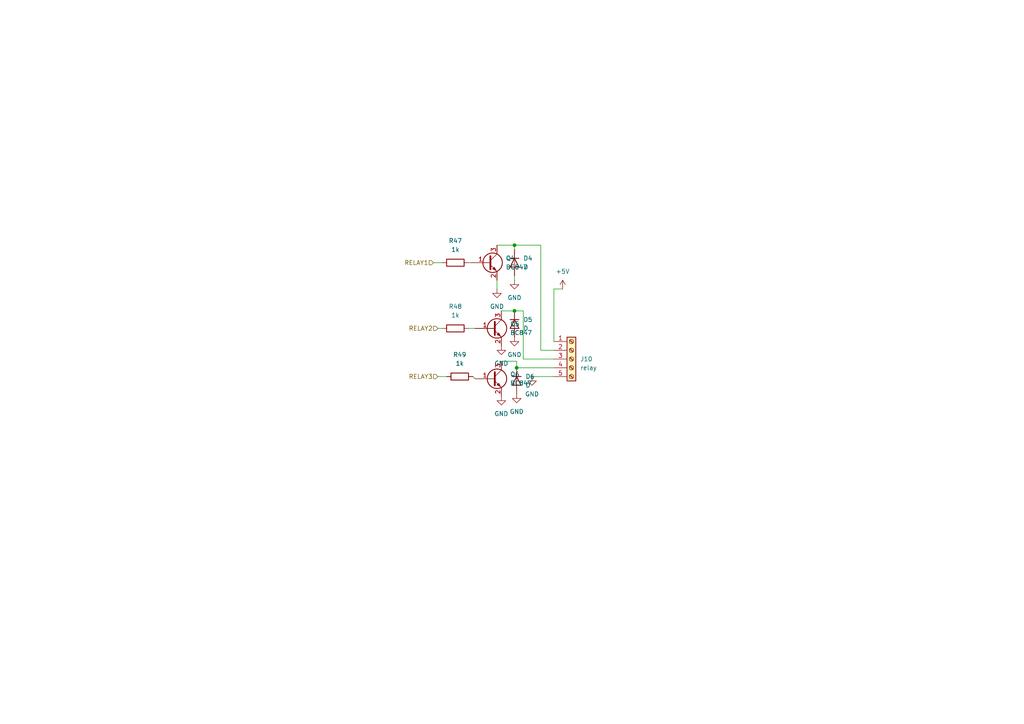
<source format=kicad_sch>
(kicad_sch (version 20211123) (generator eeschema)
  (paper "A4")
  (lib_symbols
    (symbol "Connector:Screw_Terminal_01x05" (pin_names (offset 1.016) hide)
      (property "Reference" "J" (at 0 7.62 0))
      (property "Value" "Screw_Terminal_01x05" (at 0 -7.62 0))
      (symbol "Screw_Terminal_01x05_1_1"
        (rectangle (start -1.27 6.35) (end 1.27 -6.35) (stroke (width 0.254)) (fill (type background)))
        (circle (center 0 -5.08) (radius 0.635) (stroke (width 0.1524)))
        (circle (center 0 -2.54) (radius 0.635) (stroke (width 0.1524)))
        (polyline (pts (xy -0.5334 -4.7498) (xy 0.3302 -5.588)) (stroke (width 0.1524)))
        (polyline (pts (xy -0.5334 -2.2098) (xy 0.3302 -3.048)) (stroke (width 0.1524)))
        (polyline (pts (xy -0.5334 0.3302) (xy 0.3302 -0.508)) (stroke (width 0.1524)))
        (polyline (pts (xy -0.5334 2.8702) (xy 0.3302 2.032)) (stroke (width 0.1524)))
        (polyline (pts (xy -0.5334 5.4102) (xy 0.3302 4.572)) (stroke (width 0.1524)))
        (polyline (pts (xy -0.3556 -4.572) (xy 0.508 -5.4102)) (stroke (width 0.1524)))
        (polyline (pts (xy -0.3556 -2.032) (xy 0.508 -2.8702)) (stroke (width 0.1524)))
        (polyline (pts (xy -0.3556 0.508) (xy 0.508 -0.3302)) (stroke (width 0.1524)))
        (polyline (pts (xy -0.3556 3.048) (xy 0.508 2.2098)) (stroke (width 0.1524)))
        (polyline (pts (xy -0.3556 5.588) (xy 0.508 4.7498)) (stroke (width 0.1524)))
        (circle (center 0 0) (radius 0.635) (stroke (width 0.1524)))
        (circle (center 0 2.54) (radius 0.635) (stroke (width 0.1524)))
        (circle (center 0 5.08) (radius 0.635) (stroke (width 0.1524)))
        (pin passive line (at -5.08 5.08 0) (length 3.81) (name "Pin_1") (number "1"))
        (pin passive line (at -5.08 2.54 0) (length 3.81) (name "Pin_2") (number "2"))
        (pin passive line (at -5.08 0 0) (length 3.81) (name "Pin_3") (number "3"))
        (pin passive line (at -5.08 -2.54 0) (length 3.81) (name "Pin_4") (number "4"))
        (pin passive line (at -5.08 -5.08 0) (length 3.81) (name "Pin_5") (number "5"))
      )
    )
    (symbol "Device:D" (pin_numbers hide) (pin_names (offset 1.016) hide)
      (property "Reference" "D" (at 0 2.54 0))
      (property "Value" "D" (at 0 -2.54 0))
      (symbol "D_0_1"
        (polyline (pts (xy -1.27 1.27) (xy -1.27 -1.27)) (stroke (width 0.254)))
        (polyline (pts (xy 1.27 0) (xy -1.27 0)))
        (polyline (pts (xy 1.27 1.27) (xy 1.27 -1.27) (xy -1.27 0) (xy 1.27 1.27)) (stroke (width 0.254)))
      )
      (symbol "D_1_1"
        (pin passive line (at -3.81 0 0) (length 2.54) (name "K") (number "1"))
        (pin passive line (at 3.81 0 180) (length 2.54) (name "A") (number "2"))
      )
    )
    (symbol "Device:R" (pin_numbers hide) (pin_names (offset 0))
      (property "Reference" "R" (at 2.032 0 90))
      (property "Value" "R" (at 0 0 90))
      (symbol "R_0_1"
        (rectangle (start -1.016 -2.54) (end 1.016 2.54) (stroke (width 0.254)))
      )
      (symbol "R_1_1"
        (pin passive line (at 0 3.81 270) (length 1.27) (name "~") (number "1"))
        (pin passive line (at 0 -3.81 90) (length 1.27) (name "~") (number "2"))
      )
    )
    (symbol "Transistor_BJT:BC847" (pin_names (offset 0) hide)
      (property "Reference" "Q" (at 5.08 1.905 0))
      (property "Value" "BC847" (at 5.08 0 0))
      (symbol "BC847_0_1"
        (polyline (pts (xy 0.635 0.635) (xy 2.54 2.54)))
        (polyline (pts (xy 0.635 -0.635) (xy 2.54 -2.54) (xy 2.54 -2.54)))
        (polyline (pts (xy 0.635 1.905) (xy 0.635 -1.905) (xy 0.635 -1.905)) (stroke (width 0.508)))
        (polyline (pts (xy 1.27 -1.778) (xy 1.778 -1.27) (xy 2.286 -2.286) (xy 1.27 -1.778) (xy 1.27 -1.778)) (fill (type outline)))
        (circle (center 1.27 0) (radius 2.8194) (stroke (width 0.254)))
      )
      (symbol "BC847_1_1"
        (pin input line (at -5.08 0 0) (length 5.715) (name "B") (number "1"))
        (pin passive line (at 2.54 -5.08 90) (length 2.54) (name "E") (number "2"))
        (pin passive line (at 2.54 5.08 270) (length 2.54) (name "C") (number "3"))
      )
    )
    (symbol "power:+5V" (power) (pin_names (offset 0))
      (property "Value" "+5V" (at 0 3.556 0))
      (symbol "+5V_0_1"
        (polyline (pts (xy -0.762 1.27) (xy 0 2.54)))
        (polyline (pts (xy 0 0) (xy 0 2.54)))
        (polyline (pts (xy 0 2.54) (xy 0.762 1.27)))
      )
      (symbol "+5V_1_1"
        (pin power_in line (at 0 0 90) (length 0) hide (name "+5V") (number "1"))
      )
    )
    (symbol "power:GND" (power) (pin_names (offset 0))
      (property "Value" "GND" (at 0 -3.81 0))
      (symbol "GND_0_1"
        (polyline (pts (xy 0 0) (xy 0 -1.27) (xy 1.27 -1.27) (xy 0 -2.54) (xy -1.27 -1.27) (xy 0 -1.27)))
      )
      (symbol "GND_1_1"
        (pin power_in line (at 0 0 270) (length 0) hide (name "GND") (number "1"))
      )
    )
  )
  (junction (at 149.225 90.17))
  (junction (at 149.86 106.68))
  (junction (at 149.225 71.12))
  (wire (pts (xy 127 109.22) (xy 129.54 109.22)))
  (wire (pts (xy 127 95.25) (xy 128.27 95.25)))
  (wire (pts (xy 125.73 76.2) (xy 128.27 76.2)))
  (wire (pts (xy 151.765 90.17) (xy 151.765 104.14)))
  (wire (pts (xy 149.225 80.01) (xy 149.225 81.28)))
  (wire (pts (xy 160.655 83.82) (xy 160.655 99.06)))
  (wire (pts (xy 137.16 109.22) (xy 137.795 109.855)))
  (wire (pts (xy 144.145 81.28) (xy 144.145 83.82)))
  (wire (pts (xy 135.89 76.2) (xy 136.525 76.2)))
  (wire (pts (xy 156.845 71.12) (xy 156.845 101.6)))
  (wire (pts (xy 151.765 104.14) (xy 160.655 104.14)))
  (wire (pts (xy 149.86 106.68) (xy 160.655 106.68)))
  (wire (pts (xy 149.225 71.12) (xy 149.225 72.39)))
  (wire (pts (xy 149.225 71.12) (xy 156.845 71.12)))
  (wire (pts (xy 145.415 104.775) (xy 149.86 104.775)))
  (wire (pts (xy 145.415 90.17) (xy 149.225 90.17)))
  (wire (pts (xy 149.86 104.775) (xy 149.86 106.68)))
  (wire (pts (xy 135.89 95.25) (xy 137.795 95.25)))
  (wire (pts (xy 163.195 83.82) (xy 160.655 83.82)))
  (wire (pts (xy 160.655 109.22) (xy 154.305 109.22)))
  (wire (pts (xy 144.145 71.12) (xy 149.225 71.12)))
  (wire (pts (xy 156.845 101.6) (xy 160.655 101.6)))
  (wire (pts (xy 149.225 90.17) (xy 151.765 90.17)))
  (hierarchical_label "RELAY2" (shape input) (at 127 95.25 180))
  (hierarchical_label "RELAY3" (shape input) (at 127 109.22 180))
  (hierarchical_label "RELAY1" (shape input) (at 125.73 76.2 180))
  (symbol (lib_id "power:GND") (at 149.225 81.28 0) (unit 1)
    (property "Reference" "#PWR0273" (effects hide))
    (property "Value" "GND" (at 149.225 86.36 0))
  )
  (symbol (lib_id "Device:D") (at 149.86 110.49 270) (unit 1)
    (property "Reference" "D6" (at 152.4 109.2199 90) (effects (justify left)))
    (property "Value" "D" (at 152.4 111.7599 90) (effects (justify left)))
    (property "Footprint" "Diode_SMD:D_MiniMELF" (effects hide))
  )
  (symbol (lib_id "power:GND") (at 145.415 100.33 0) (unit 1)
    (property "Reference" "#PWR0270" (effects hide))
    (property "Value" "GND" (at 145.415 105.41 0))
  )
  (symbol (lib_id "power:GND") (at 149.225 97.79 0) (unit 1)
    (property "Reference" "#PWR0267" (effects hide))
    (property "Value" "GND" (at 149.225 102.87 0))
  )
  (symbol (lib_id "Device:R") (at 133.35 109.22 90) (unit 1)
    (property "Reference" "R49" (at 133.35 102.87 90))
    (property "Value" "1k" (at 133.35 105.41 90))
    (property "Footprint" "Resistor_SMD:R_0805_2012Metric_Pad1.20x1.40mm_HandSolder" (effects hide))
  )
  (symbol (lib_id "Connector:Screw_Terminal_01x05") (at 165.735 104.14 0) (unit 1)
    (property "Reference" "J10" (at 168.275 104.1399 0) (effects (justify left)))
    (property "Value" "relay" (at 168.275 106.6799 0) (effects (justify left)))
    (property "Footprint" "TerminalBlock_4Ucon:TerminalBlock_4Ucon_1x05_P3.50mm_Horizontal" (effects hide))
  )
  (symbol (lib_id "Transistor_BJT:BC847") (at 142.875 109.855 0) (unit 1)
    (property "Reference" "Q6" (at 147.955 108.5849 0) (effects (justify left)))
    (property "Value" "BC847" (at 147.955 111.1249 0) (effects (justify left)))
    (property "Footprint" "Package_TO_SOT_SMD:SOT-23" (effects hide))
    (property "Datasheet" "http://www.infineon.com/dgdl/Infineon-BC847SERIES_BC848SERIES_BC849SERIES_BC850SERIES-DS-v01_01-en.pdf?fileId=db3a304314dca389011541d4630a1657" (effects hide))
  )
  (symbol (lib_id "power:GND") (at 144.145 83.82 0) (unit 1)
    (property "Reference" "#PWR0272" (effects hide))
    (property "Value" "GND" (at 144.145 88.9 0))
  )
  (symbol (lib_id "power:+5V") (at 163.195 83.82 0) (unit 1)
    (property "Reference" "#PWR0271" (effects hide))
    (property "Value" "+5V" (at 163.195 78.74 0))
  )
  (symbol (lib_id "Device:R") (at 132.08 95.25 90) (unit 1)
    (property "Reference" "R48" (at 132.08 88.9 90))
    (property "Value" "1k" (at 132.08 91.44 90))
    (property "Footprint" "Resistor_SMD:R_0805_2012Metric_Pad1.20x1.40mm_HandSolder" (effects hide))
  )
  (symbol (lib_id "Transistor_BJT:BC847") (at 141.605 76.2 0) (unit 1)
    (property "Reference" "Q4" (at 146.685 74.9299 0) (effects (justify left)))
    (property "Value" "BC847" (at 146.685 77.4699 0) (effects (justify left)))
    (property "Footprint" "Package_TO_SOT_SMD:SOT-23" (effects hide))
    (property "Datasheet" "http://www.infineon.com/dgdl/Infineon-BC847SERIES_BC848SERIES_BC849SERIES_BC850SERIES-DS-v01_01-en.pdf?fileId=db3a304314dca389011541d4630a1657" (effects hide))
  )
  (symbol (lib_id "Transistor_BJT:BC847") (at 142.875 95.25 0) (unit 1)
    (property "Reference" "Q5" (at 147.955 93.9799 0) (effects (justify left)))
    (property "Value" "BC847" (at 147.955 96.5199 0) (effects (justify left)))
    (property "Footprint" "Package_TO_SOT_SMD:SOT-23" (effects hide))
    (property "Datasheet" "http://www.infineon.com/dgdl/Infineon-BC847SERIES_BC848SERIES_BC849SERIES_BC850SERIES-DS-v01_01-en.pdf?fileId=db3a304314dca389011541d4630a1657" (effects hide))
  )
  (symbol (lib_id "power:GND") (at 154.305 109.22 0) (unit 1)
    (property "Reference" "#PWR0266" (effects hide))
    (property "Value" "GND" (at 154.305 114.3 0))
  )
  (symbol (lib_id "power:GND") (at 145.415 114.935 0) (unit 1)
    (property "Reference" "#PWR0269" (effects hide))
    (property "Value" "GND" (at 145.415 120.015 0))
  )
  (symbol (lib_id "Device:D") (at 149.225 76.2 270) (unit 1)
    (property "Reference" "D4" (at 151.765 74.9299 90) (effects (justify left)))
    (property "Value" "D" (at 151.765 77.4699 90) (effects (justify left)))
    (property "Footprint" "Diode_SMD:D_MiniMELF" (effects hide))
  )
  (symbol (lib_id "power:GND") (at 149.86 114.3 0) (unit 1)
    (property "Reference" "#PWR0268" (effects hide))
    (property "Value" "GND" (at 149.86 119.38 0))
  )
  (symbol (lib_id "Device:R") (at 132.08 76.2 90) (unit 1)
    (property "Reference" "R47" (at 132.08 69.85 90))
    (property "Value" "1k" (at 132.08 72.39 90))
    (property "Footprint" "Resistor_SMD:R_0805_2012Metric_Pad1.20x1.40mm_HandSolder" (effects hide))
  )
  (symbol (lib_id "Device:D") (at 149.225 93.98 270) (unit 1)
    (property "Reference" "D5" (at 151.765 92.7099 90) (effects (justify left)))
    (property "Value" "D" (at 151.765 95.2499 90) (effects (justify left)))
    (property "Footprint" "Diode_SMD:D_MiniMELF" (effects hide))
  )
)
</source>
